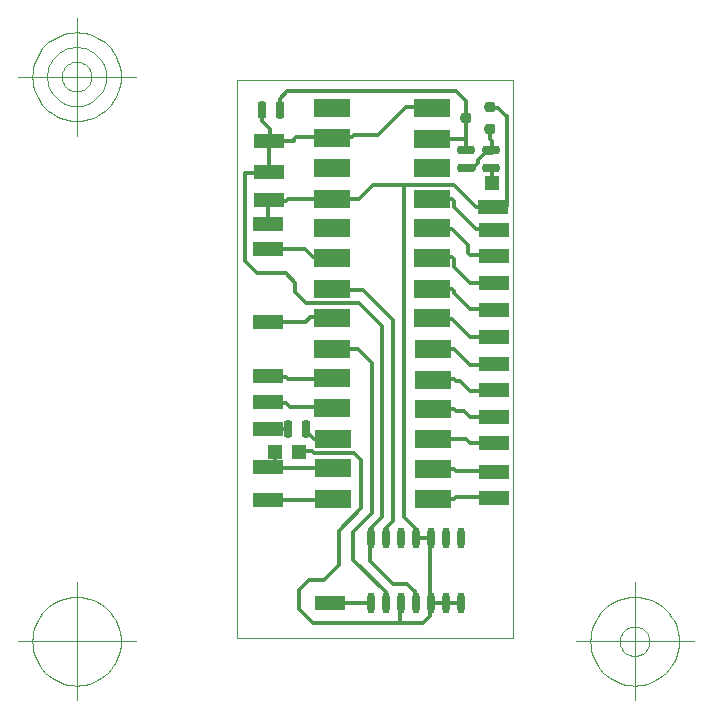
<source format=gbr>
*
%LPD*%
%LNM3V9-C~1*%
%FSLAX24Y24*%
%MOIN*%
%SRX1Y1I0.0J0.0*%
%AD*%
%AMCUSTOM10*
1,1,0.024000,0.000000,0.023000*
1,1,0.024000,0.000000,-0.023000*
20,1,0.024000,0.000000,-0.023000,0.000000,0.023000,0.000000*
%
%AMCUSTOM11*
4,1,4.000000,0.059060,-0.029530,0.059060,0.029530,-0.059060,0.029530,-0.059060,-0.029530,0.059060,-0.029530,0.000000*
20,1,0.000040,0.059060,-0.029530,0.059060,0.029530,0.000000*
20,1,0.000040,0.059060,0.029530,-0.059060,0.029530,0.000000*
20,1,0.000040,-0.059060,0.029530,-0.059060,-0.029530,0.000000*
20,1,0.000040,-0.059060,-0.029530,0.059060,-0.029530,0.000000*
%
%AMCUSTOM14*
1,1,0.016660,-0.005420,0.020840*
1,1,0.016660,0.005420,0.020840*
1,1,0.016660,-0.005420,-0.020840*
1,1,0.016660,0.005420,-0.020840*
20,1,0.027500,0.000000,-0.020840,0.000000,0.020840,0.000000*
20,1,0.010840,0.000000,-0.029170,0.000000,0.029170,0.000000*
%
%AMCUSTOM15*
1,1,0.016660,-0.020840,0.005420*
1,1,0.016660,0.020840,0.005420*
1,1,0.016660,-0.020840,-0.005420*
1,1,0.016660,0.020840,-0.005420*
20,1,0.010840,-0.029170,0.000000,0.029170,0.000000,0.000000*
20,1,0.027500,-0.020840,0.000000,0.020840,0.000000,0.000000*
%
%AMCUSTOM16*
1,1,0.016660,-0.010000,0.007510*
1,1,0.016660,0.010000,0.007510*
1,1,0.016660,-0.010000,-0.007510*
1,1,0.016660,0.010000,-0.007510*
20,1,0.015010,-0.018330,0.000000,0.018330,0.000000,0.000000*
20,1,0.020000,0.000000,-0.015835,0.000000,0.015835,0.000000*
%
%ADD10CUSTOM10*%
%ADD11CUSTOM11*%
%ADD12R,0.098430X0.047240*%
%ADD13R,0.047240X0.047240*%
%ADD14CUSTOM14*%
%ADD15CUSTOM15*%
%ADD16CUSTOM16*%
%ADD17C,0.011810*%
%ADD19C,0.003940*%
%ADD20C,0.000040*%
G54D10*
G1X16591Y7610D3*
G1X16591Y5443D3*
G1X16091Y7610D3*
G1X16091Y5443D3*
G1X17091Y7610D3*
G1X17591Y7610D3*
G1X18091Y7610D3*
G1X19091Y7610D3*
G1X18591Y7610D3*
G1X18091Y5443D3*
G1X17091Y5443D3*
G1X17591Y5443D3*
G1X18591Y5443D3*
G1X19091Y5443D3*
G54D11*
G1X14789Y19930D3*
G1X14789Y13906D3*
G1X14828Y8906D3*
G1X14828Y9930D3*
G1X14789Y12922D3*
G1X14828Y10914D3*
G1X14789Y11938D3*
G1X14789Y16937D3*
G1X14789Y15914D3*
G1X14789Y14930D3*
G1X14789Y17922D3*
G1X14789Y18906D3*
G1X14789Y21938D3*
G1X14789Y20953D3*
G1X18135Y19930D3*
G1X18174Y13906D3*
G1X18174Y8906D3*
G1X18174Y9890D3*
G1X18174Y10914D3*
G1X18174Y11898D3*
G1X18174Y12882D3*
G1X18135Y16937D3*
G1X18135Y14930D3*
G1X18135Y15914D3*
G1X18135Y17922D3*
G1X18135Y18906D3*
G1X18135Y20914D3*
G1X18135Y21938D3*
G54D12*
G1X12666Y8868D3*
G1X12666Y9971D3*
G1X12666Y12136D3*
G1X12666Y11231D3*
G1X12666Y13002D3*
G1X12666Y14813D3*
G1X12666Y17254D3*
G1X12705Y18868D3*
G1X12705Y20837D3*
G1X20189Y13393D3*
G1X20189Y8944D3*
G1X20189Y9810D3*
G1X20189Y10755D3*
G1X20189Y11621D3*
G1X20189Y12526D3*
G1X20189Y14298D3*
G1X20189Y15203D3*
G1X20189Y16109D3*
G1X20189Y17014D3*
G1X20189Y17881D3*
G1X14752Y5443D3*
G1X12705Y19813D3*
G1X12666Y18081D3*
G1X20186Y18629D3*
G54D13*
G1X12905Y10479D3*
G1X13689Y10479D3*
G1X20147Y19454D3*
G54D14*
G1X13335Y11231D3*
G1X13935Y11231D3*
G1X13066Y21864D3*
G1X12466Y21864D3*
G54D15*
G1X19283Y19922D3*
G1X19283Y20522D3*
G1X20108Y19922D3*
G1X20108Y20522D3*
G54D16*
G1X20066Y21231D3*
G1X20066Y21981D3*
G1X19283Y21606D3*
G1X13319Y22492D2*
G54D17*
G1X18932Y22492D1*
G1X16333Y21039D2*
G1X17266Y21972D1*
G1X16183Y19380D2*
G1X18866Y19380D1*
G1X15855Y15876D2*
G1X16853Y14878D1*
G1X16853Y8184D1*
G1X16617Y7949D1*
G1X16853Y6073D2*
G1X17311Y6073D1*
G1X16075Y6850D2*
G1X16853Y6073D1*
G1X14185Y4774D2*
G1X17823Y4774D1*
G1X15028Y7845D2*
G1X15028Y6689D1*
G1X16611Y7356D2*
G1X16611Y7942D1*
G1X16062Y7393D2*
G1X16087Y7368D1*
G1X16087Y7905D1*
G1X15500Y6884D2*
G1X15500Y7805D1*
G1X16075Y7508D2*
G1X16075Y6850D1*
G1X14052Y6216D2*
G1X13709Y5874D1*
G1X13709Y5226D1*
G1X14185Y4774D2*
G1X13709Y5250D1*
G1X14844Y5447D2*
G1X16091Y5447D1*
G1X15028Y6689D2*
G1X14555Y6216D1*
G1X14052Y6216D1*
G1X16592Y5236D2*
G1X16592Y5792D1*
G1X15500Y6884D1*
G1X16563Y5207D2*
G1X16592Y5236D1*
G1X16091Y5207D2*
G1X16091Y5461D1*
G1X12705Y20837D2*
G1X12705Y19853D1*
G1X15658Y13908D2*
G1X16133Y13432D1*
G1X16476Y8294D2*
G1X16476Y14664D1*
G1X13333Y12906D2*
G1X14799Y12906D1*
G1X13399Y11972D2*
G1X14799Y11972D1*
G1X13666Y10506D2*
G1X14133Y10506D1*
G1X12889Y9949D2*
G1X14550Y9949D1*
G1X12705Y8868D2*
G1X14595Y8868D1*
G1X12889Y9949D2*
G1X12889Y10474D1*
G1X12897Y9815D2*
G1X12897Y9949D1*
G1X13266Y12106D2*
G1X13399Y11972D1*
G1X12666Y12106D2*
G1X13266Y12106D1*
G1X13335Y11231D2*
G1X12823Y11231D1*
G1X13266Y12972D2*
G1X13333Y12906D1*
G1X12666Y12972D2*
G1X13266Y12972D1*
G1X16133Y8438D2*
G1X16133Y13432D1*
G1X14162Y10483D2*
G1X14201Y10443D1*
G1X15540Y10443D1*
G1X15776Y10207D1*
G1X15776Y8593D2*
G1X15028Y7845D1*
G1X14595Y8868D2*
G1X14634Y8829D1*
G1X14567Y9933D2*
G1X14550Y9949D1*
G1X15776Y10207D2*
G1X15776Y8593D1*
G1X15500Y7805D2*
G1X16133Y8438D1*
G1X16087Y7905D2*
G1X16476Y8294D1*
G1X13873Y11239D2*
G1X14206Y10906D1*
G1X14206Y10906D2*
G1X14799Y10906D1*
G1X12690Y17249D2*
G1X13905Y17249D1*
G1X13322Y18895D2*
G1X15694Y18895D1*
G1X13256Y16427D2*
G1X13571Y16113D1*
G1X13571Y15798D1*
G1X13925Y15443D1*
G1X13925Y14813D2*
G1X12705Y14813D1*
G1X12311Y16427D2*
G1X11896Y16842D1*
G1X11896Y19774D1*
G1X12311Y16427D2*
G1X13256Y16427D1*
G1X11896Y19774D2*
G1X12469Y19774D1*
G1X12688Y18839D2*
G1X12688Y18087D1*
G1X13266Y18839D2*
G1X13322Y18895D1*
G1X12688Y18839D2*
G1X13266Y18839D1*
G1X15855Y15876D2*
G1X14595Y15876D1*
G1X15658Y13908D2*
G1X14634Y13908D1*
G1X13925Y15443D2*
G1X15697Y15443D1*
G1X14831Y14971D2*
G1X14083Y14971D1*
G1X13925Y14813D1*
G1X15697Y15443D2*
G1X16476Y14664D1*
G1X13905Y17249D2*
G1X14181Y16972D1*
G1X14874Y16972D1*
G1X14841Y17005D1*
G1X15699Y18910D2*
G1X16170Y19380D1*
G1X15617Y18910D2*
G1X15699Y18910D1*
G1X13533Y20906D2*
G1X13599Y20972D1*
G1X15466Y20972D1*
G1X12466Y21506D2*
G1X12466Y21839D1*
G1X12466Y21506D2*
G1X12733Y21239D1*
G1X13533Y20839D2*
G1X13533Y20906D1*
G1X12733Y20839D2*
G1X12733Y21239D1*
G1X12733Y20839D2*
G1X13533Y20839D1*
G1X13066Y22239D2*
G1X13319Y22492D1*
G1X13066Y21839D2*
G1X13066Y22239D1*
G1X15466Y20972D2*
G1X15533Y21039D1*
G1X16333Y21039D1*
G1X17587Y7924D2*
G1X17587Y7451D1*
G1X18059Y5207D2*
G1X18059Y7596D1*
G1X18061Y5444D2*
G1X19041Y5444D1*
G1X17311Y6073D2*
G1X17587Y5798D1*
G1X17587Y5837D2*
G1X17587Y5207D1*
G1X18059Y5168D2*
G1X18061Y5168D1*
G1X18061Y4991D2*
G1X18061Y5444D1*
G1X17834Y4764D2*
G1X18061Y4991D1*
G1X17075Y5443D2*
G1X17075Y4774D1*
G1X19083Y5402D2*
G1X19041Y5444D1*
G1X20625Y21657D2*
G1X20625Y18679D1*
G1X19529Y19922D2*
G1X19529Y19968D1*
G1X19666Y20106D1*
G1X19333Y19906D2*
G1X19533Y19906D1*
G1X18866Y13906D2*
G1X19399Y13372D1*
G1X17212Y19380D2*
G1X17212Y8299D1*
G1X19399Y13372D2*
G1X20199Y13372D1*
G1X19399Y12506D2*
G1X20199Y12506D1*
G1X19399Y11639D2*
G1X20199Y11639D1*
G1X19399Y10772D2*
G1X20199Y10772D1*
G1X18933Y9839D2*
G1X20199Y9839D1*
G1X18933Y8972D2*
G1X20199Y8972D1*
G1X18199Y9906D2*
G1X18866Y9906D1*
G1X18199Y8906D2*
G1X18866Y8906D1*
G1X17212Y8299D2*
G1X17587Y7924D1*
G1X18059Y7596D2*
G1X17587Y7596D1*
G1X18866Y8906D2*
G1X18933Y8972D1*
G1X18866Y9906D2*
G1X18933Y9839D1*
G1X18199Y12906D2*
G1X18866Y12906D1*
G1X18199Y11906D2*
G1X18866Y11906D1*
G1X18199Y10906D2*
G1X19266Y10906D1*
G1X19199Y11839D2*
G1X19399Y11639D1*
G1X19266Y10906D2*
G1X19399Y10772D1*
G1X18866Y11906D2*
G1X18933Y11839D1*
G1X19199Y11839D1*
G1X19066Y12839D2*
G1X19399Y12506D1*
G1X18866Y12906D2*
G1X18933Y12839D1*
G1X19066Y12839D1*
G1X19612Y18634D2*
G1X20195Y18634D1*
G1X19599Y17906D2*
G1X20199Y17906D1*
G1X19399Y17039D2*
G1X20199Y17039D1*
G1X19399Y16106D2*
G1X20199Y16106D1*
G1X19399Y15239D2*
G1X20199Y15239D1*
G1X19399Y14306D2*
G1X20199Y14306D1*
G1X18799Y16972D2*
G1X18866Y16906D1*
G1X18866Y16639D1*
G1X18133Y14906D2*
G1X18799Y14906D1*
G1X18133Y15906D2*
G1X18799Y15906D1*
G1X18199Y13906D2*
G1X18866Y13906D1*
G1X18866Y15772D2*
G1X19399Y15239D1*
G1X18799Y14906D2*
G1X19399Y14306D1*
G1X18866Y16639D2*
G1X19399Y16106D1*
G1X18799Y15906D2*
G1X18866Y15839D1*
G1X18866Y15772D1*
G1X18133Y18906D2*
G1X18799Y18906D1*
G1X18133Y17906D2*
G1X18799Y17906D1*
G1X18133Y16972D2*
G1X18799Y16972D1*
G1X18866Y18639D2*
G1X19599Y17906D1*
G1X19333Y17106D2*
G1X19399Y17039D1*
G1X19333Y17106D2*
G1X19333Y17372D1*
G1X18799Y17906D1*
G1X18799Y18906D2*
G1X18866Y18839D1*
G1X18866Y18639D1*
G1X19612Y18634D2*
G1X18866Y19380D1*
G1X20133Y19372D2*
G1X20133Y19839D1*
G1X19666Y20194D2*
G1X19911Y20439D1*
G1X19911Y20439D2*
G1X20133Y20439D1*
G1X18133Y20906D2*
G1X19266Y20906D1*
G1X17266Y21972D2*
G1X18133Y21972D1*
G1X19266Y20920D2*
G1X19266Y21506D1*
G1X19261Y21521D2*
G1X19261Y22163D1*
G1X19266Y20619D2*
G1X19266Y20906D1*
G1X19666Y20106D2*
G1X19666Y20194D1*
G1X18932Y22492D2*
G1X19261Y22163D1*
G1X20066Y20906D2*
G1X20133Y20839D1*
G1X20066Y20906D2*
G1X20066Y21172D1*
G1X20133Y20439D2*
G1X20133Y20839D1*
G1X20618Y21664D2*
G1X20340Y21943D1*
G1X20194Y21937D2*
G1X20345Y21937D1*
G1X8260Y4162D2*
G54D19*
G1X4323Y4162D1*
G1X6291Y2194D2*
G1X6291Y6131D1*
G1X7767Y4162D2*
G1X7760Y4307D1*
G1X7739Y4450D1*
G1X7704Y4591D1*
G1X7655Y4727D1*
G1X7593Y4858D1*
G1X7519Y4982D1*
G1X7432Y5099D1*
G1X7335Y5206D1*
G1X7228Y5303D1*
G1X7111Y5390D1*
G1X6987Y5464D1*
G1X6856Y5526D1*
G1X6720Y5575D1*
G1X6579Y5610D1*
G1X6436Y5631D1*
G1X6291Y5639D1*
G1X6146Y5631D1*
G1X6003Y5610D1*
G1X5863Y5575D1*
G1X5726Y5526D1*
G1X5595Y5464D1*
G1X5471Y5390D1*
G1X5355Y5303D1*
G1X5247Y5206D1*
G1X5150Y5099D1*
G1X5064Y4982D1*
G1X4989Y4858D1*
G1X4927Y4727D1*
G1X4878Y4591D1*
G1X4843Y4450D1*
G1X4822Y4307D1*
G1X4815Y4162D1*
G1X4822Y4017D1*
G1X4843Y3874D1*
G1X4878Y3734D1*
G1X4927Y3597D1*
G1X4989Y3466D1*
G1X5064Y3342D1*
G1X5150Y3226D1*
G1X5247Y3118D1*
G1X5355Y3021D1*
G1X5471Y2935D1*
G1X5595Y2860D1*
G1X5726Y2798D1*
G1X5863Y2749D1*
G1X6003Y2714D1*
G1X6146Y2693D1*
G1X6291Y2686D1*
G1X6436Y2693D1*
G1X6579Y2714D1*
G1X6720Y2749D1*
G1X6856Y2798D1*
G1X6987Y2860D1*
G1X7111Y2935D1*
G1X7228Y3021D1*
G1X7335Y3118D1*
G1X7432Y3226D1*
G1X7519Y3342D1*
G1X7593Y3466D1*
G1X7655Y3597D1*
G1X7704Y3734D1*
G1X7739Y3874D1*
G1X7760Y4017D1*
G1X7767Y4162D1*
G1X22923Y4162D2*
G1X26860Y4162D1*
G1X24892Y2194D2*
G1X24892Y6131D1*
G1X26368Y4162D2*
G1X26361Y4307D1*
G1X26340Y4450D1*
G1X26304Y4591D1*
G1X26256Y4727D1*
G1X26194Y4858D1*
G1X26119Y4982D1*
G1X26033Y5099D1*
G1X25936Y5206D1*
G1X25828Y5303D1*
G1X25712Y5390D1*
G1X25588Y5464D1*
G1X25457Y5526D1*
G1X25320Y5575D1*
G1X25180Y5610D1*
G1X25036Y5631D1*
G1X24892Y5639D1*
G1X24747Y5631D1*
G1X24604Y5610D1*
G1X24463Y5575D1*
G1X24327Y5526D1*
G1X24196Y5464D1*
G1X24071Y5390D1*
G1X23955Y5303D1*
G1X23848Y5206D1*
G1X23750Y5099D1*
G1X23664Y4982D1*
G1X23590Y4858D1*
G1X23528Y4727D1*
G1X23479Y4591D1*
G1X23444Y4450D1*
G1X23422Y4307D1*
G1X23415Y4162D1*
G1X23422Y4017D1*
G1X23444Y3874D1*
G1X23479Y3734D1*
G1X23528Y3597D1*
G1X23590Y3466D1*
G1X23664Y3342D1*
G1X23750Y3226D1*
G1X23848Y3118D1*
G1X23955Y3021D1*
G1X24071Y2935D1*
G1X24196Y2860D1*
G1X24327Y2798D1*
G1X24463Y2749D1*
G1X24604Y2714D1*
G1X24747Y2693D1*
G1X24892Y2686D1*
G1X25036Y2693D1*
G1X25180Y2714D1*
G1X25320Y2749D1*
G1X25457Y2798D1*
G1X25588Y2860D1*
G1X25712Y2935D1*
G1X25828Y3021D1*
G1X25936Y3118D1*
G1X26033Y3226D1*
G1X26119Y3342D1*
G1X26194Y3466D1*
G1X26256Y3597D1*
G1X26304Y3734D1*
G1X26340Y3874D1*
G1X26361Y4017D1*
G1X26368Y4162D1*
G1X25384Y4162D2*
G1X25381Y4210D1*
G1X25374Y4258D1*
G1X25363Y4305D1*
G1X25346Y4350D1*
G1X25326Y4394D1*
G1X25301Y4436D1*
G1X25272Y4474D1*
G1X25240Y4510D1*
G1X25204Y4543D1*
G1X25165Y4571D1*
G1X25124Y4596D1*
G1X25080Y4617D1*
G1X25034Y4633D1*
G1X24988Y4645D1*
G1X24940Y4652D1*
G1X24892Y4654D1*
G1X24843Y4652D1*
G1X24796Y4645D1*
G1X24749Y4633D1*
G1X24703Y4617D1*
G1X24660Y4596D1*
G1X24618Y4571D1*
G1X24579Y4543D1*
G1X24544Y4510D1*
G1X24511Y4474D1*
G1X24482Y4436D1*
G1X24458Y4394D1*
G1X24437Y4350D1*
G1X24421Y4305D1*
G1X24409Y4258D1*
G1X24402Y4210D1*
G1X24399Y4162D1*
G1X24402Y4114D1*
G1X24409Y4066D1*
G1X24421Y4019D1*
G1X24437Y3974D1*
G1X24458Y3930D1*
G1X24482Y3889D1*
G1X24511Y3850D1*
G1X24544Y3814D1*
G1X24579Y3782D1*
G1X24618Y3753D1*
G1X24660Y3728D1*
G1X24703Y3707D1*
G1X24749Y3691D1*
G1X24796Y3679D1*
G1X24843Y3672D1*
G1X24892Y3670D1*
G1X24940Y3672D1*
G1X24988Y3679D1*
G1X25034Y3691D1*
G1X25080Y3707D1*
G1X25124Y3728D1*
G1X25165Y3753D1*
G1X25204Y3782D1*
G1X25240Y3814D1*
G1X25272Y3850D1*
G1X25301Y3889D1*
G1X25326Y3930D1*
G1X25346Y3974D1*
G1X25363Y4019D1*
G1X25374Y4066D1*
G1X25381Y4114D1*
G1X25384Y4162D1*
G1X8260Y22984D2*
G1X4323Y22984D1*
G1X6291Y21016D2*
G1X6291Y24953D1*
G1X7767Y22984D2*
G1X7760Y23129D1*
G1X7739Y23272D1*
G1X7704Y23413D1*
G1X7655Y23549D1*
G1X7593Y23680D1*
G1X7519Y23804D1*
G1X7432Y23921D1*
G1X7335Y24028D1*
G1X7228Y24126D1*
G1X7111Y24212D1*
G1X6987Y24286D1*
G1X6856Y24348D1*
G1X6720Y24397D1*
G1X6579Y24432D1*
G1X6436Y24454D1*
G1X6291Y24461D1*
G1X6146Y24454D1*
G1X6003Y24432D1*
G1X5863Y24397D1*
G1X5726Y24348D1*
G1X5595Y24286D1*
G1X5471Y24212D1*
G1X5355Y24126D1*
G1X5247Y24028D1*
G1X5150Y23921D1*
G1X5064Y23804D1*
G1X4989Y23680D1*
G1X4927Y23549D1*
G1X4878Y23413D1*
G1X4843Y23272D1*
G1X4822Y23129D1*
G1X4815Y22984D1*
G1X4822Y22840D1*
G1X4843Y22696D1*
G1X4878Y22556D1*
G1X4927Y22419D1*
G1X4989Y22288D1*
G1X5064Y22164D1*
G1X5150Y22048D1*
G1X5247Y21940D1*
G1X5355Y21843D1*
G1X5471Y21757D1*
G1X5595Y21682D1*
G1X5726Y21620D1*
G1X5863Y21571D1*
G1X6003Y21536D1*
G1X6146Y21515D1*
G1X6291Y21508D1*
G1X6436Y21515D1*
G1X6579Y21536D1*
G1X6720Y21571D1*
G1X6856Y21620D1*
G1X6987Y21682D1*
G1X7111Y21757D1*
G1X7228Y21843D1*
G1X7335Y21940D1*
G1X7432Y22048D1*
G1X7519Y22164D1*
G1X7593Y22288D1*
G1X7655Y22419D1*
G1X7704Y22556D1*
G1X7739Y22696D1*
G1X7760Y22840D1*
G1X7767Y22984D1*
G1X7275Y22984D2*
G1X7271Y23081D1*
G1X7256Y23176D1*
G1X7233Y23270D1*
G1X7200Y23361D1*
G1X7159Y23448D1*
G1X7109Y23531D1*
G1X7052Y23609D1*
G1X6987Y23680D1*
G1X6916Y23745D1*
G1X6838Y23803D1*
G1X6755Y23852D1*
G1X6668Y23894D1*
G1X6577Y23926D1*
G1X6483Y23950D1*
G1X6388Y23964D1*
G1X6291Y23969D1*
G1X6195Y23964D1*
G1X6099Y23950D1*
G1X6005Y23926D1*
G1X5914Y23894D1*
G1X5827Y23852D1*
G1X5744Y23803D1*
G1X5667Y23745D1*
G1X5595Y23680D1*
G1X5530Y23609D1*
G1X5473Y23531D1*
G1X5423Y23448D1*
G1X5382Y23361D1*
G1X5349Y23270D1*
G1X5326Y23176D1*
G1X5312Y23081D1*
G1X5307Y22984D1*
G1X5312Y22888D1*
G1X5326Y22792D1*
G1X5349Y22699D1*
G1X5382Y22608D1*
G1X5423Y22520D1*
G1X5473Y22437D1*
G1X5530Y22360D1*
G1X5595Y22288D1*
G1X5667Y22223D1*
G1X5744Y22166D1*
G1X5827Y22116D1*
G1X5914Y22075D1*
G1X6005Y22042D1*
G1X6099Y22019D1*
G1X6195Y22005D1*
G1X6291Y22000D1*
G1X6388Y22005D1*
G1X6483Y22019D1*
G1X6577Y22042D1*
G1X6668Y22075D1*
G1X6755Y22116D1*
G1X6838Y22166D1*
G1X6916Y22223D1*
G1X6987Y22288D1*
G1X7052Y22360D1*
G1X7109Y22437D1*
G1X7159Y22520D1*
G1X7200Y22608D1*
G1X7233Y22699D1*
G1X7256Y22792D1*
G1X7271Y22888D1*
G1X7275Y22984D1*
G1X6783Y22984D2*
G1X6781Y23032D1*
G1X6774Y23080D1*
G1X6762Y23127D1*
G1X6746Y23173D1*
G1X6725Y23216D1*
G1X6700Y23258D1*
G1X6672Y23296D1*
G1X6639Y23332D1*
G1X6603Y23365D1*
G1X6565Y23393D1*
G1X6523Y23418D1*
G1X6479Y23439D1*
G1X6434Y23455D1*
G1X6387Y23467D1*
G1X6339Y23474D1*
G1X6291Y23476D1*
G1X6243Y23474D1*
G1X6195Y23467D1*
G1X6148Y23455D1*
G1X6103Y23439D1*
G1X6059Y23418D1*
G1X6018Y23393D1*
G1X5979Y23365D1*
G1X5943Y23332D1*
G1X5911Y23296D1*
G1X5882Y23258D1*
G1X5857Y23216D1*
G1X5836Y23173D1*
G1X5820Y23127D1*
G1X5808Y23080D1*
G1X5801Y23032D1*
G1X5799Y22984D1*
G1X5801Y22936D1*
G1X5808Y22888D1*
G1X5820Y22841D1*
G1X5836Y22796D1*
G1X5857Y22752D1*
G1X5882Y22711D1*
G1X5911Y22672D1*
G1X5943Y22636D1*
G1X5979Y22604D1*
G1X6018Y22575D1*
G1X6059Y22550D1*
G1X6103Y22530D1*
G1X6148Y22513D1*
G1X6195Y22502D1*
G1X6243Y22495D1*
G1X6291Y22492D1*
G1X6339Y22495D1*
G1X6387Y22502D1*
G1X6434Y22513D1*
G1X6479Y22530D1*
G1X6523Y22550D1*
G1X6565Y22575D1*
G1X6603Y22604D1*
G1X6639Y22636D1*
G1X6672Y22672D1*
G1X6700Y22711D1*
G1X6725Y22752D1*
G1X6746Y22796D1*
G1X6762Y22841D1*
G1X6774Y22888D1*
G1X6781Y22936D1*
G1X6783Y22984D1*
G1X8260Y4162D2*
G1X4323Y4162D1*
G1X6291Y2194D2*
G1X6291Y6131D1*
G1X7767Y4162D2*
G1X7760Y4307D1*
G1X7739Y4450D1*
G1X7704Y4591D1*
G1X7655Y4727D1*
G1X7593Y4858D1*
G1X7519Y4982D1*
G1X7432Y5099D1*
G1X7335Y5206D1*
G1X7228Y5303D1*
G1X7111Y5390D1*
G1X6987Y5464D1*
G1X6856Y5526D1*
G1X6720Y5575D1*
G1X6579Y5610D1*
G1X6436Y5631D1*
G1X6291Y5639D1*
G1X6146Y5631D1*
G1X6003Y5610D1*
G1X5863Y5575D1*
G1X5726Y5526D1*
G1X5595Y5464D1*
G1X5471Y5390D1*
G1X5355Y5303D1*
G1X5247Y5206D1*
G1X5150Y5099D1*
G1X5064Y4982D1*
G1X4989Y4858D1*
G1X4927Y4727D1*
G1X4878Y4591D1*
G1X4843Y4450D1*
G1X4822Y4307D1*
G1X4815Y4162D1*
G1X4822Y4017D1*
G1X4843Y3874D1*
G1X4878Y3734D1*
G1X4927Y3597D1*
G1X4989Y3466D1*
G1X5064Y3342D1*
G1X5150Y3226D1*
G1X5247Y3118D1*
G1X5355Y3021D1*
G1X5471Y2935D1*
G1X5595Y2860D1*
G1X5726Y2798D1*
G1X5863Y2749D1*
G1X6003Y2714D1*
G1X6146Y2693D1*
G1X6291Y2686D1*
G1X6436Y2693D1*
G1X6579Y2714D1*
G1X6720Y2749D1*
G1X6856Y2798D1*
G1X6987Y2860D1*
G1X7111Y2935D1*
G1X7228Y3021D1*
G1X7335Y3118D1*
G1X7432Y3226D1*
G1X7519Y3342D1*
G1X7593Y3466D1*
G1X7655Y3597D1*
G1X7704Y3734D1*
G1X7739Y3874D1*
G1X7760Y4017D1*
G1X7767Y4162D1*
G1X22923Y4162D2*
G1X26860Y4162D1*
G1X24892Y2194D2*
G1X24892Y6131D1*
G1X26368Y4162D2*
G1X26361Y4307D1*
G1X26340Y4450D1*
G1X26304Y4591D1*
G1X26256Y4727D1*
G1X26194Y4858D1*
G1X26119Y4982D1*
G1X26033Y5099D1*
G1X25936Y5206D1*
G1X25828Y5303D1*
G1X25712Y5390D1*
G1X25588Y5464D1*
G1X25457Y5526D1*
G1X25320Y5575D1*
G1X25180Y5610D1*
G1X25036Y5631D1*
G1X24892Y5639D1*
G1X24747Y5631D1*
G1X24604Y5610D1*
G1X24463Y5575D1*
G1X24327Y5526D1*
G1X24196Y5464D1*
G1X24071Y5390D1*
G1X23955Y5303D1*
G1X23848Y5206D1*
G1X23750Y5099D1*
G1X23664Y4982D1*
G1X23590Y4858D1*
G1X23528Y4727D1*
G1X23479Y4591D1*
G1X23444Y4450D1*
G1X23422Y4307D1*
G1X23415Y4162D1*
G1X23422Y4017D1*
G1X23444Y3874D1*
G1X23479Y3734D1*
G1X23528Y3597D1*
G1X23590Y3466D1*
G1X23664Y3342D1*
G1X23750Y3226D1*
G1X23848Y3118D1*
G1X23955Y3021D1*
G1X24071Y2935D1*
G1X24196Y2860D1*
G1X24327Y2798D1*
G1X24463Y2749D1*
G1X24604Y2714D1*
G1X24747Y2693D1*
G1X24892Y2686D1*
G1X25036Y2693D1*
G1X25180Y2714D1*
G1X25320Y2749D1*
G1X25457Y2798D1*
G1X25588Y2860D1*
G1X25712Y2935D1*
G1X25828Y3021D1*
G1X25936Y3118D1*
G1X26033Y3226D1*
G1X26119Y3342D1*
G1X26194Y3466D1*
G1X26256Y3597D1*
G1X26304Y3734D1*
G1X26340Y3874D1*
G1X26361Y4017D1*
G1X26368Y4162D1*
G1X25384Y4162D2*
G1X25381Y4210D1*
G1X25374Y4258D1*
G1X25363Y4305D1*
G1X25346Y4350D1*
G1X25326Y4394D1*
G1X25301Y4436D1*
G1X25272Y4474D1*
G1X25240Y4510D1*
G1X25204Y4543D1*
G1X25165Y4571D1*
G1X25124Y4596D1*
G1X25080Y4617D1*
G1X25034Y4633D1*
G1X24988Y4645D1*
G1X24940Y4652D1*
G1X24892Y4654D1*
G1X24843Y4652D1*
G1X24796Y4645D1*
G1X24749Y4633D1*
G1X24703Y4617D1*
G1X24660Y4596D1*
G1X24618Y4571D1*
G1X24579Y4543D1*
G1X24544Y4510D1*
G1X24511Y4474D1*
G1X24482Y4436D1*
G1X24458Y4394D1*
G1X24437Y4350D1*
G1X24421Y4305D1*
G1X24409Y4258D1*
G1X24402Y4210D1*
G1X24399Y4162D1*
G1X24402Y4114D1*
G1X24409Y4066D1*
G1X24421Y4019D1*
G1X24437Y3974D1*
G1X24458Y3930D1*
G1X24482Y3889D1*
G1X24511Y3850D1*
G1X24544Y3814D1*
G1X24579Y3782D1*
G1X24618Y3753D1*
G1X24660Y3728D1*
G1X24703Y3707D1*
G1X24749Y3691D1*
G1X24796Y3679D1*
G1X24843Y3672D1*
G1X24892Y3670D1*
G1X24940Y3672D1*
G1X24988Y3679D1*
G1X25034Y3691D1*
G1X25080Y3707D1*
G1X25124Y3728D1*
G1X25165Y3753D1*
G1X25204Y3782D1*
G1X25240Y3814D1*
G1X25272Y3850D1*
G1X25301Y3889D1*
G1X25326Y3930D1*
G1X25346Y3974D1*
G1X25363Y4019D1*
G1X25374Y4066D1*
G1X25381Y4114D1*
G1X25384Y4162D1*
G1X8260Y22984D2*
G1X4323Y22984D1*
G1X6291Y21016D2*
G1X6291Y24953D1*
G1X7767Y22984D2*
G1X7760Y23129D1*
G1X7739Y23272D1*
G1X7704Y23413D1*
G1X7655Y23549D1*
G1X7593Y23680D1*
G1X7519Y23804D1*
G1X7432Y23921D1*
G1X7335Y24028D1*
G1X7228Y24126D1*
G1X7111Y24212D1*
G1X6987Y24286D1*
G1X6856Y24348D1*
G1X6720Y24397D1*
G1X6579Y24432D1*
G1X6436Y24454D1*
G1X6291Y24461D1*
G1X6146Y24454D1*
G1X6003Y24432D1*
G1X5863Y24397D1*
G1X5726Y24348D1*
G1X5595Y24286D1*
G1X5471Y24212D1*
G1X5355Y24126D1*
G1X5247Y24028D1*
G1X5150Y23921D1*
G1X5064Y23804D1*
G1X4989Y23680D1*
G1X4927Y23549D1*
G1X4878Y23413D1*
G1X4843Y23272D1*
G1X4822Y23129D1*
G1X4815Y22984D1*
G1X4822Y22840D1*
G1X4843Y22696D1*
G1X4878Y22556D1*
G1X4927Y22419D1*
G1X4989Y22288D1*
G1X5064Y22164D1*
G1X5150Y22048D1*
G1X5247Y21940D1*
G1X5355Y21843D1*
G1X5471Y21757D1*
G1X5595Y21682D1*
G1X5726Y21620D1*
G1X5863Y21571D1*
G1X6003Y21536D1*
G1X6146Y21515D1*
G1X6291Y21508D1*
G1X6436Y21515D1*
G1X6579Y21536D1*
G1X6720Y21571D1*
G1X6856Y21620D1*
G1X6987Y21682D1*
G1X7111Y21757D1*
G1X7228Y21843D1*
G1X7335Y21940D1*
G1X7432Y22048D1*
G1X7519Y22164D1*
G1X7593Y22288D1*
G1X7655Y22419D1*
G1X7704Y22556D1*
G1X7739Y22696D1*
G1X7760Y22840D1*
G1X7767Y22984D1*
G1X7275Y22984D2*
G1X7271Y23081D1*
G1X7256Y23176D1*
G1X7233Y23270D1*
G1X7200Y23361D1*
G1X7159Y23448D1*
G1X7109Y23531D1*
G1X7052Y23609D1*
G1X6987Y23680D1*
G1X6916Y23745D1*
G1X6838Y23803D1*
G1X6755Y23852D1*
G1X6668Y23894D1*
G1X6577Y23926D1*
G1X6483Y23950D1*
G1X6388Y23964D1*
G1X6291Y23969D1*
G1X6195Y23964D1*
G1X6099Y23950D1*
G1X6005Y23926D1*
G1X5914Y23894D1*
G1X5827Y23852D1*
G1X5744Y23803D1*
G1X5667Y23745D1*
G1X5595Y23680D1*
G1X5530Y23609D1*
G1X5473Y23531D1*
G1X5423Y23448D1*
G1X5382Y23361D1*
G1X5349Y23270D1*
G1X5326Y23176D1*
G1X5312Y23081D1*
G1X5307Y22984D1*
G1X5312Y22888D1*
G1X5326Y22792D1*
G1X5349Y22699D1*
G1X5382Y22608D1*
G1X5423Y22520D1*
G1X5473Y22437D1*
G1X5530Y22360D1*
G1X5595Y22288D1*
G1X5667Y22223D1*
G1X5744Y22166D1*
G1X5827Y22116D1*
G1X5914Y22075D1*
G1X6005Y22042D1*
G1X6099Y22019D1*
G1X6195Y22005D1*
G1X6291Y22000D1*
G1X6388Y22005D1*
G1X6483Y22019D1*
G1X6577Y22042D1*
G1X6668Y22075D1*
G1X6755Y22116D1*
G1X6838Y22166D1*
G1X6916Y22223D1*
G1X6987Y22288D1*
G1X7052Y22360D1*
G1X7109Y22437D1*
G1X7159Y22520D1*
G1X7200Y22608D1*
G1X7233Y22699D1*
G1X7256Y22792D1*
G1X7271Y22888D1*
G1X7275Y22984D1*
G1X6783Y22984D2*
G1X6781Y23032D1*
G1X6774Y23080D1*
G1X6762Y23127D1*
G1X6746Y23173D1*
G1X6725Y23216D1*
G1X6700Y23258D1*
G1X6672Y23296D1*
G1X6639Y23332D1*
G1X6603Y23365D1*
G1X6565Y23393D1*
G1X6523Y23418D1*
G1X6479Y23439D1*
G1X6434Y23455D1*
G1X6387Y23467D1*
G1X6339Y23474D1*
G1X6291Y23476D1*
G1X6243Y23474D1*
G1X6195Y23467D1*
G1X6148Y23455D1*
G1X6103Y23439D1*
G1X6059Y23418D1*
G1X6018Y23393D1*
G1X5979Y23365D1*
G1X5943Y23332D1*
G1X5911Y23296D1*
G1X5882Y23258D1*
G1X5857Y23216D1*
G1X5836Y23173D1*
G1X5820Y23127D1*
G1X5808Y23080D1*
G1X5801Y23032D1*
G1X5799Y22984D1*
G1X5801Y22936D1*
G1X5808Y22888D1*
G1X5820Y22841D1*
G1X5836Y22796D1*
G1X5857Y22752D1*
G1X5882Y22711D1*
G1X5911Y22672D1*
G1X5943Y22636D1*
G1X5979Y22604D1*
G1X6018Y22575D1*
G1X6059Y22550D1*
G1X6103Y22530D1*
G1X6148Y22513D1*
G1X6195Y22502D1*
G1X6243Y22495D1*
G1X6291Y22492D1*
G1X6339Y22495D1*
G1X6387Y22502D1*
G1X6434Y22513D1*
G1X6479Y22530D1*
G1X6523Y22550D1*
G1X6565Y22575D1*
G1X6603Y22604D1*
G1X6639Y22636D1*
G1X6672Y22672D1*
G1X6700Y22711D1*
G1X6725Y22752D1*
G1X6746Y22796D1*
G1X6762Y22841D1*
G1X6774Y22888D1*
G1X6781Y22936D1*
G1X6783Y22984D1*
G1X11642Y22884D2*
G54D20*
G1X11642Y4262D1*
G1X20855Y4262D1*
G1X20855Y22884D1*
G1X11642Y22884D1*
M2*

</source>
